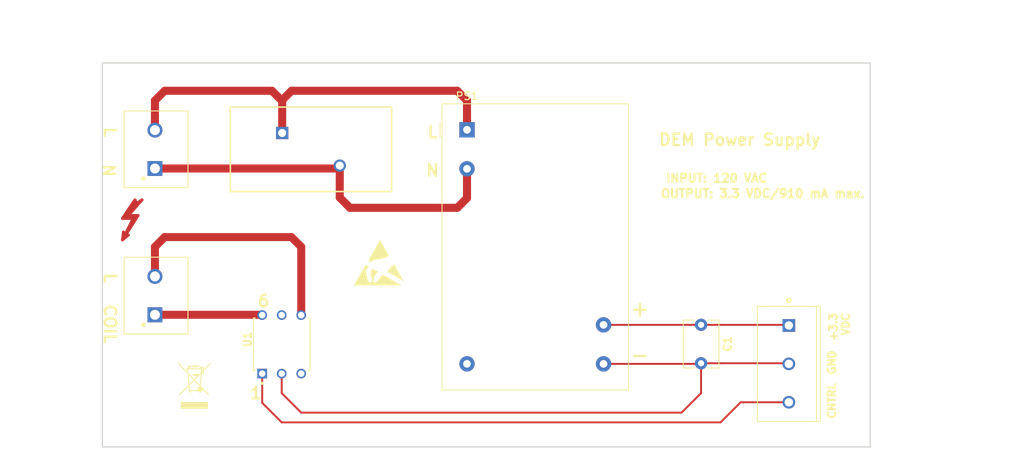
<source format=kicad_pcb>
(kicad_pcb (version 20171130) (host pcbnew "(5.0.1)-4")

  (general
    (thickness 1.6)
    (drawings 22)
    (tracks 45)
    (zones 0)
    (modules 14)
    (nets 11)
  )

  (page A4)
  (layers
    (0 F.Cu signal)
    (31 B.Cu signal)
    (32 B.Adhes user)
    (33 F.Adhes user)
    (34 B.Paste user)
    (35 F.Paste user)
    (36 B.SilkS user)
    (37 F.SilkS user)
    (38 B.Mask user)
    (39 F.Mask user)
    (40 Dwgs.User user)
    (41 Cmts.User user)
    (42 Eco1.User user)
    (43 Eco2.User user)
    (44 Edge.Cuts user)
    (45 Margin user)
    (46 B.CrtYd user)
    (47 F.CrtYd user)
    (48 B.Fab user)
    (49 F.Fab user)
  )

  (setup
    (last_trace_width 0.25)
    (trace_clearance 0.2)
    (zone_clearance 0.508)
    (zone_45_only no)
    (trace_min 0.2)
    (segment_width 0.2)
    (edge_width 0.15)
    (via_size 0.8)
    (via_drill 0.4)
    (via_min_size 0.4)
    (via_min_drill 0.3)
    (uvia_size 0.3)
    (uvia_drill 0.1)
    (uvias_allowed no)
    (uvia_min_size 0.2)
    (uvia_min_drill 0.1)
    (pcb_text_width 0.3)
    (pcb_text_size 1.5 1.5)
    (mod_edge_width 0.15)
    (mod_text_size 1 1)
    (mod_text_width 0.15)
    (pad_size 3 3)
    (pad_drill 2.1)
    (pad_to_mask_clearance 0.051)
    (solder_mask_min_width 0.25)
    (aux_axis_origin 162.56 73.66)
    (visible_elements 7FFFFFFF)
    (pcbplotparams
      (layerselection 0x010fc_ffffffff)
      (usegerberextensions false)
      (usegerberattributes false)
      (usegerberadvancedattributes false)
      (creategerberjobfile false)
      (excludeedgelayer true)
      (linewidth 0.100000)
      (plotframeref false)
      (viasonmask false)
      (mode 1)
      (useauxorigin false)
      (hpglpennumber 1)
      (hpglpenspeed 20)
      (hpglpendiameter 15.000000)
      (psnegative false)
      (psa4output false)
      (plotreference true)
      (plotvalue true)
      (plotinvisibletext false)
      (padsonsilk false)
      (subtractmaskfromsilk false)
      (outputformat 1)
      (mirror false)
      (drillshape 1)
      (scaleselection 1)
      (outputdirectory ""))
  )

  (net 0 "")
  (net 1 "Net-(C1-Pad1)")
  (net 2 "Net-(C1-Pad2)")
  (net 3 "Net-(J1-Pad2)")
  (net 4 "Net-(J1-Pad1)")
  (net 5 "Net-(J3-Pad3)")
  (net 6 "Net-(J4-Pad1)")
  (net 7 "Net-(J4-Pad2)")
  (net 8 "Net-(PS1-Pad3)")
  (net 9 "Net-(U1-Pad3)")
  (net 10 "Net-(U1-Pad5)")

  (net_class Default "This is the default net class."
    (clearance 0.2)
    (trace_width 0.25)
    (via_dia 0.8)
    (via_drill 0.4)
    (uvia_dia 0.3)
    (uvia_drill 0.1)
    (add_net "Net-(C1-Pad1)")
    (add_net "Net-(C1-Pad2)")
    (add_net "Net-(J1-Pad1)")
    (add_net "Net-(J1-Pad2)")
    (add_net "Net-(J3-Pad3)")
    (add_net "Net-(J4-Pad1)")
    (add_net "Net-(J4-Pad2)")
    (add_net "Net-(PS1-Pad3)")
    (add_net "Net-(U1-Pad3)")
    (add_net "Net-(U1-Pad5)")
  )

  (module Capacitor_THT:C_Disc_D6.0mm_W4.4mm_P5.00mm (layer F.Cu) (tedit 5C4E43A9) (tstamp 5C8C68DB)
    (at 151.965 104.1 270)
    (descr "C, Disc series, Radial, pin pitch=5.00mm, , diameter*width=6*4.4mm^2, Capacitor")
    (tags "C Disc series Radial pin pitch 5.00mm  diameter 6mm width 4.4mm Capacitor")
    (path /5C4BC2BF)
    (fp_text reference C1 (at 2.5 -3.45 90) (layer F.SilkS)
      (effects (font (size 1 1) (thickness 0.25)))
    )
    (fp_text value "400 nF" (at 2.5 3.45 270) (layer F.Fab)
      (effects (font (size 1 1) (thickness 0.15)))
    )
    (fp_line (start -0.5 -2.2) (end -0.5 2.2) (layer F.Fab) (width 0.1))
    (fp_line (start -0.5 2.2) (end 5.5 2.2) (layer F.Fab) (width 0.1))
    (fp_line (start 5.5 2.2) (end 5.5 -2.2) (layer F.Fab) (width 0.1))
    (fp_line (start 5.5 -2.2) (end -0.5 -2.2) (layer F.Fab) (width 0.1))
    (fp_line (start -0.62 -2.321) (end 5.62 -2.321) (layer F.SilkS) (width 0.12))
    (fp_line (start -0.62 2.321) (end 5.62 2.321) (layer F.SilkS) (width 0.12))
    (fp_line (start -0.62 -2.321) (end -0.62 -0.925) (layer F.SilkS) (width 0.12))
    (fp_line (start -0.62 0.925) (end -0.62 2.321) (layer F.SilkS) (width 0.12))
    (fp_line (start 5.62 -2.321) (end 5.62 -0.925) (layer F.SilkS) (width 0.12))
    (fp_line (start 5.62 0.925) (end 5.62 2.321) (layer F.SilkS) (width 0.12))
    (fp_line (start -1.05 -2.45) (end -1.05 2.45) (layer F.CrtYd) (width 0.05))
    (fp_line (start -1.05 2.45) (end 6.05 2.45) (layer F.CrtYd) (width 0.05))
    (fp_line (start 6.05 2.45) (end 6.05 -2.45) (layer F.CrtYd) (width 0.05))
    (fp_line (start 6.05 -2.45) (end -1.05 -2.45) (layer F.CrtYd) (width 0.05))
    (fp_text user %R (at 2.5 0 270) (layer F.Fab)
      (effects (font (size 1 1) (thickness 0.15)))
    )
    (pad 1 thru_hole circle (at 0 0 270) (size 1.6 1.6) (drill 0.8) (layers *.Cu *.Mask)
      (net 1 "Net-(C1-Pad1)"))
    (pad 2 thru_hole circle (at 5 0 270) (size 1.6 1.6) (drill 0.8) (layers *.Cu *.Mask)
      (net 2 "Net-(C1-Pad2)"))
    (model ${KISYS3DMOD}/Capacitor_THT.3dshapes/C_Disc_D6.0mm_W4.4mm_P5.00mm.wrl
      (at (xyz 0 0 0))
      (scale (xyz 1 1 1))
      (rotate (xyz 0 0 0))
    )
  )

  (module 1935161:PHOENIX_1935161 (layer F.Cu) (tedit 5C4E49E6) (tstamp 5C8C68F1)
    (at 80.845 81.24 90)
    (path /5C4E2FEB)
    (fp_text reference J1 (at 0 0 90) (layer F.SilkS) hide
      (effects (font (size 1 0.9) (thickness 0.05)))
    )
    (fp_text value 1935161 (at 0 0 90) (layer F.SilkS) hide
      (effects (font (size 1 0.9) (thickness 0.05)))
    )
    (fp_text user VALUE (at -5.09283 6.36604 90) (layer Eco2.User)
      (effects (font (size 1 1) (thickness 0.05)))
    )
    (fp_text user NAME (at -5.08705 -5.08705 90) (layer Cmts.User)
      (effects (font (size 1 1) (thickness 0.05)))
    )
    (fp_line (start -5.25 4.55) (end -5.25 -4.25) (layer Eco1.User) (width 0.05))
    (fp_line (start 5.25 4.55) (end -5.25 4.55) (layer Eco1.User) (width 0.05))
    (fp_line (start 5.25 -4.25) (end 5.25 4.55) (layer Eco1.User) (width 0.05))
    (fp_line (start -5.25 -4.25) (end 5.25 -4.25) (layer Eco1.User) (width 0.05))
    (fp_circle (center -3.8 -1.5) (end -3.66 -1.5) (layer Dwgs.User) (width 0.28))
    (fp_circle (center -3.8 -1.5) (end -3.66 -1.5) (layer F.SilkS) (width 0.28))
    (fp_line (start 5 4.3) (end -5 4.3) (layer Dwgs.User) (width 0.127))
    (fp_line (start 5 -4) (end 5 4.3) (layer Dwgs.User) (width 0.127))
    (fp_line (start -5 -4) (end 5 -4) (layer Dwgs.User) (width 0.127))
    (fp_line (start -5 4.3) (end -5 -4) (layer Dwgs.User) (width 0.127))
    (fp_line (start -5 4.3) (end -5 -4) (layer F.SilkS) (width 0.127))
    (fp_line (start 5 4.3) (end -5 4.3) (layer F.SilkS) (width 0.127))
    (fp_line (start 5 -4) (end 5 4.3) (layer F.SilkS) (width 0.127))
    (fp_line (start -5 -4) (end 5 -4) (layer F.SilkS) (width 0.127))
    (pad 2 thru_hole circle (at 2.5 0 90) (size 1.95 1.95) (drill 1.3) (layers *.Cu *.Mask)
      (net 3 "Net-(J1-Pad2)"))
    (pad 1 thru_hole rect (at -2.5 0 90) (size 1.95 1.95) (drill 1.3) (layers *.Cu *.Mask)
      (net 4 "Net-(J1-Pad1)"))
  )

  (module 282836-3:TE_282836-3 (layer F.Cu) (tedit 5C4E4657) (tstamp 5C8C690A)
    (at 163.395 109.18 270)
    (path /5C4DF527)
    (fp_text reference J3 (at -9.18 -1.605 270) (layer F.SilkS) hide
      (effects (font (size 1.00159 1.00159) (thickness 0.05)))
    )
    (fp_text value 282836-3 (at -3.83134 5.1235 270) (layer F.SilkS) hide
      (effects (font (size 1.00166 1.00166) (thickness 0.05)))
    )
    (fp_line (start -7.5 -4.1) (end 7.5 -4.1) (layer F.SilkS) (width 0.127))
    (fp_line (start 7.5 -4.1) (end 7.5 -3.6) (layer F.SilkS) (width 0.127))
    (fp_line (start 7.5 -3.6) (end 7.5 4.1) (layer F.SilkS) (width 0.127))
    (fp_line (start 7.5 4.1) (end -7.5 4.1) (layer F.SilkS) (width 0.127))
    (fp_line (start -7.5 4.1) (end -7.5 -4.1) (layer F.SilkS) (width 0.127))
    (fp_line (start -7.5 -3.6) (end 7.5 -3.6) (layer F.SilkS) (width 0.127))
    (fp_line (start -7.75 -4.35) (end 7.75 -4.35) (layer Eco1.User) (width 0.05))
    (fp_line (start 7.75 -4.35) (end 7.75 4.35) (layer Eco1.User) (width 0.05))
    (fp_line (start 7.75 4.35) (end -7.75 4.35) (layer Eco1.User) (width 0.05))
    (fp_line (start -7.75 4.35) (end -7.75 -4.35) (layer Eco1.User) (width 0.05))
    (fp_circle (center -8.25 0) (end -8 0) (layer F.SilkS) (width 0.2032))
    (fp_line (start -7.5 -4.1) (end 7.5 -4.1) (layer Dwgs.User) (width 0.127))
    (fp_line (start 7.5 -4.1) (end 7.5 -3.6) (layer Dwgs.User) (width 0.127))
    (fp_line (start 7.5 -3.6) (end 7.5 4.1) (layer Dwgs.User) (width 0.127))
    (fp_line (start 7.5 4.1) (end -7.5 4.1) (layer Dwgs.User) (width 0.127))
    (fp_line (start -7.5 4.1) (end -7.5 -4.1) (layer Dwgs.User) (width 0.127))
    (fp_line (start -7.5 -3.6) (end 7.5 -3.6) (layer Dwgs.User) (width 0.127))
    (fp_circle (center -8.25 0) (end -8 0) (layer Dwgs.User) (width 0.2032))
    (pad 1 thru_hole rect (at -5 0 270) (size 1.65 1.65) (drill 1.1) (layers *.Cu *.Mask)
      (net 1 "Net-(C1-Pad1)"))
    (pad 2 thru_hole circle (at 0 0 270) (size 1.65 1.65) (drill 1.1) (layers *.Cu *.Mask)
      (net 2 "Net-(C1-Pad2)"))
    (pad 3 thru_hole circle (at 5 0 270) (size 1.65 1.65) (drill 1.1) (layers *.Cu *.Mask)
      (net 5 "Net-(J3-Pad3)"))
  )

  (module 1935161:PHOENIX_1935161 (layer F.Cu) (tedit 5C4E49F7) (tstamp 5C8C6920)
    (at 80.845 100.29 90)
    (path /5C4DEBC7)
    (fp_text reference J4 (at 0 0 90) (layer F.SilkS) hide
      (effects (font (size 1 0.9) (thickness 0.05)))
    )
    (fp_text value 1935161 (at 0 0 90) (layer F.SilkS) hide
      (effects (font (size 1 0.9) (thickness 0.05)))
    )
    (fp_line (start -5 -4) (end 5 -4) (layer F.SilkS) (width 0.127))
    (fp_line (start 5 -4) (end 5 4.3) (layer F.SilkS) (width 0.127))
    (fp_line (start 5 4.3) (end -5 4.3) (layer F.SilkS) (width 0.127))
    (fp_line (start -5 4.3) (end -5 -4) (layer F.SilkS) (width 0.127))
    (fp_line (start -5 4.3) (end -5 -4) (layer Dwgs.User) (width 0.127))
    (fp_line (start -5 -4) (end 5 -4) (layer Dwgs.User) (width 0.127))
    (fp_line (start 5 -4) (end 5 4.3) (layer Dwgs.User) (width 0.127))
    (fp_line (start 5 4.3) (end -5 4.3) (layer Dwgs.User) (width 0.127))
    (fp_circle (center -3.8 -1.5) (end -3.66 -1.5) (layer F.SilkS) (width 0.28))
    (fp_circle (center -3.8 -1.5) (end -3.66 -1.5) (layer Dwgs.User) (width 0.28))
    (fp_line (start -5.25 -4.25) (end 5.25 -4.25) (layer Eco1.User) (width 0.05))
    (fp_line (start 5.25 -4.25) (end 5.25 4.55) (layer Eco1.User) (width 0.05))
    (fp_line (start 5.25 4.55) (end -5.25 4.55) (layer Eco1.User) (width 0.05))
    (fp_line (start -5.25 4.55) (end -5.25 -4.25) (layer Eco1.User) (width 0.05))
    (fp_text user NAME (at -5.08705 -5.08705 90) (layer Cmts.User)
      (effects (font (size 1 1) (thickness 0.05)))
    )
    (fp_text user VALUE (at -5.09283 6.36604 90) (layer Eco2.User)
      (effects (font (size 1 1) (thickness 0.05)))
    )
    (pad 1 thru_hole rect (at -2.5 0 90) (size 1.95 1.95) (drill 1.3) (layers *.Cu *.Mask)
      (net 6 "Net-(J4-Pad1)"))
    (pad 2 thru_hole circle (at 2.5 0 90) (size 1.95 1.95) (drill 1.3) (layers *.Cu *.Mask)
      (net 7 "Net-(J4-Pad2)"))
  )

  (module TMOV20RP300E:CAPRR750W81L2100T1100H2300P (layer F.Cu) (tedit 5C4E4380) (tstamp 5C8C692E)
    (at 101.165 81.24)
    (path /5C4E3F91)
    (fp_text reference MOV1 (at -7.96902 -6.39224) (layer F.SilkS) hide
      (effects (font (size 1.00113 1.00113) (thickness 0.05)))
    )
    (fp_text value TMOV20RP300E (at -7.57733 6.36697) (layer F.SilkS) hide
      (effects (font (size 1.00031 1.00031) (thickness 0.05)))
    )
    (fp_line (start -10.5 -5.5) (end 10.5 -5.5) (layer F.SilkS) (width 0.2))
    (fp_line (start 10.5 -5.5) (end 10.5 5.5) (layer F.SilkS) (width 0.2))
    (fp_line (start 10.5 5.5) (end -10.5 5.5) (layer F.SilkS) (width 0.2))
    (fp_line (start -10.5 5.5) (end -10.5 -5.5) (layer F.SilkS) (width 0.2))
    (fp_line (start -10.75 -5.75) (end 10.75 -5.75) (layer Eco1.User) (width 0.05))
    (fp_line (start 10.75 -5.75) (end 10.75 5.75) (layer Eco1.User) (width 0.05))
    (fp_line (start 10.75 5.75) (end -10.75 5.75) (layer Eco1.User) (width 0.05))
    (fp_line (start -10.75 5.75) (end -10.75 -5.75) (layer Eco1.User) (width 0.05))
    (pad 1 thru_hole rect (at -3.75 -2.125) (size 1.6 1.6) (drill 1.05) (layers *.Cu *.Mask)
      (net 3 "Net-(J1-Pad2)"))
    (pad 2 thru_hole circle (at 3.75 2.125) (size 1.6 1.6) (drill 1.05) (layers *.Cu *.Mask)
      (net 4 "Net-(J1-Pad1)"))
  )

  (module Converter_ACDC:Converter_ACDC_RECOM_RAC04-xxSGx_THT (layer F.Cu) (tedit 5BA95E5A) (tstamp 5C8C695C)
    (at 121.485 78.7)
    (descr https://www.recom-power.com/pdf/Powerline-AC-DC/RAC04-GA.pdf)
    (tags "recom power ac dc")
    (path /5C4A2129)
    (fp_text reference PS1 (at -0.01 -4.39 180) (layer F.SilkS)
      (effects (font (size 1 1) (thickness 0.15)))
    )
    (fp_text value RAC03-3.3SGA (at 15 15 270) (layer F.Fab)
      (effects (font (size 1 1) (thickness 0.15)))
    )
    (fp_line (start -3.24 33.87) (end -3.25 -3.39) (layer F.SilkS) (width 0.12))
    (fp_line (start -3.24 -3.39) (end 21.02 -3.39) (layer F.SilkS) (width 0.12))
    (fp_line (start 21.02 -3.39) (end 21.02 33.87) (layer F.SilkS) (width 0.12))
    (fp_line (start -3.24 33.87) (end 21.02 33.87) (layer F.SilkS) (width 0.12))
    (fp_line (start 21.14 33.99) (end -3.36 33.99) (layer F.CrtYd) (width 0.05))
    (fp_line (start 21.14 -3.51) (end 21.14 33.99) (layer F.CrtYd) (width 0.05))
    (fp_line (start -3.36 -3.51) (end 21.14 -3.51) (layer F.CrtYd) (width 0.05))
    (fp_line (start -3.36 -3.51) (end -3.36 33.99) (layer F.CrtYd) (width 0.05))
    (fp_line (start 20.89 -3.26) (end 20.89 33.74) (layer F.Fab) (width 0.1))
    (fp_line (start -3.11 -3.26) (end 20.89 -3.26) (layer F.Fab) (width 0.1))
    (fp_line (start -3.11 33.74) (end 20.89 33.74) (layer F.Fab) (width 0.1))
    (fp_line (start -3.11 33.74) (end -3.11 1) (layer F.Fab) (width 0.1))
    (fp_text user %R (at 9 15 90) (layer F.Fab)
      (effects (font (size 2 2) (thickness 0.2)))
    )
    (fp_line (start 5.08 25.4) (end 5.08 35.56) (layer Dwgs.User) (width 0.05))
    (fp_line (start 5.08 35.56) (end -5.08 35.56) (layer Dwgs.User) (width 0.05))
    (fp_line (start -5.08 35.56) (end -5.08 25.4) (layer Dwgs.User) (width 0.05))
    (fp_line (start -5.08 25.4) (end 5.08 25.4) (layer Dwgs.User) (width 0.05))
    (fp_line (start -5.08 34.29) (end -3.81 35.56) (layer Dwgs.User) (width 0.05))
    (fp_line (start -5.08 33.02) (end -2.54 35.56) (layer Dwgs.User) (width 0.05))
    (fp_line (start -5.08 30.48) (end 0 35.56) (layer Dwgs.User) (width 0.05))
    (fp_line (start -5.08 27.94) (end 2.54 35.56) (layer Dwgs.User) (width 0.05))
    (fp_line (start -5.08 25.4) (end 5.08 35.56) (layer Dwgs.User) (width 0.05))
    (fp_line (start -5.08 26.67) (end 3.81 35.56) (layer Dwgs.User) (width 0.05))
    (fp_line (start -5.08 29.21) (end 1.27 35.56) (layer Dwgs.User) (width 0.05))
    (fp_line (start -5.08 31.75) (end -1.27 35.56) (layer Dwgs.User) (width 0.05))
    (fp_line (start 5.08 34.29) (end -3.81 25.4) (layer Dwgs.User) (width 0.05))
    (fp_line (start 5.08 30.48) (end 0 25.4) (layer Dwgs.User) (width 0.05))
    (fp_line (start 5.08 26.67) (end 3.81 25.4) (layer Dwgs.User) (width 0.05))
    (fp_line (start 5.08 27.94) (end 2.54 25.4) (layer Dwgs.User) (width 0.05))
    (fp_line (start 5.08 33.02) (end -2.54 25.4) (layer Dwgs.User) (width 0.05))
    (fp_line (start 5.08 31.75) (end -1.27 25.4) (layer Dwgs.User) (width 0.05))
    (fp_line (start 5.08 29.21) (end 1.27 25.4) (layer Dwgs.User) (width 0.05))
    (fp_line (start -3.5 1) (end -3.5 -1) (layer F.SilkS) (width 0.12))
    (fp_line (start -3.11 1) (end -2.11 0) (layer F.Fab) (width 0.1))
    (fp_line (start -3.11 -1) (end -2.11 0) (layer F.Fab) (width 0.1))
    (fp_line (start -3.11 -1) (end -3.11 -3.26) (layer F.Fab) (width 0.1))
    (fp_text user "KEEP-OUT ZONE" (at -4.26 30.48 90) (layer Cmts.User)
      (effects (font (size 0.75 0.75) (thickness 0.15)))
    )
    (pad 1 thru_hole rect (at 0 0 90) (size 2 2) (drill 1) (layers *.Cu *.Mask)
      (net 3 "Net-(J1-Pad2)"))
    (pad 2 thru_hole circle (at 0 5.08 90) (size 2 2) (drill 1) (layers *.Cu *.Mask)
      (net 4 "Net-(J1-Pad1)"))
    (pad 4 thru_hole circle (at 17.78 30.48 90) (size 2 2) (drill 1) (layers *.Cu *.Mask)
      (net 2 "Net-(C1-Pad2)"))
    (pad 3 thru_hole circle (at 0 30.48 180) (size 2 2) (drill 1) (layers *.Cu *.Mask)
      (net 8 "Net-(PS1-Pad3)"))
    (pad 5 thru_hole circle (at 17.78 25.4 90) (size 2 2) (drill 1) (layers *.Cu *.Mask)
      (net 1 "Net-(C1-Pad1)"))
    (model ${KISYS3DMOD}/Converter_ACDC.3dshapes/Converter_ACDC_RECOM_RAC04-xxSGx_THT.wrl
      (at (xyz 0 0 0))
      (scale (xyz 1 1 1))
      (rotate (xyz 0 0 0))
    )
  )

  (module MOC3023:DIP762W48P254L889H508Q6 (layer F.Cu) (tedit 5C4E436B) (tstamp 5C8C6975)
    (at 97.355 106.64 90)
    (path /5C4A661B)
    (fp_text reference U1 (at 0.64 -4.45165 90) (layer F.SilkS)
      (effects (font (size 1 1) (thickness 0.25)))
    )
    (fp_text value MOC3023M (at -0.63871 4.45118 90) (layer F.SilkS) hide
      (effects (font (size 1 1) (thickness 0.05)))
    )
    (fp_line (start -3.43 3.68) (end -3.43 -3.68) (layer Dwgs.User) (width 0.127))
    (fp_line (start -3.43 -3.68) (end 3.43 -3.68) (layer Dwgs.User) (width 0.127))
    (fp_line (start 3.43 -3.68) (end 3.43 3.68) (layer Dwgs.User) (width 0.127))
    (fp_line (start 3.43 3.68) (end -3.43 3.68) (layer Dwgs.User) (width 0.127))
    (fp_line (start -4.69 3.93) (end 4.69 3.93) (layer Eco1.User) (width 0.05))
    (fp_line (start 4.69 3.93) (end 4.69 -3.93) (layer Eco1.User) (width 0.05))
    (fp_line (start 4.69 -3.93) (end -4.69 -3.93) (layer Eco1.User) (width 0.05))
    (fp_line (start -4.69 -3.93) (end -4.69 3.93) (layer Eco1.User) (width 0.05))
    (fp_line (start -3.43 3.45) (end -3.43 3.68) (layer F.SilkS) (width 0.127))
    (fp_line (start -3.43 3.68) (end 3.43 3.68) (layer F.SilkS) (width 0.127))
    (fp_line (start 3.43 3.68) (end 3.43 3.45) (layer F.SilkS) (width 0.127))
    (fp_line (start -3.43 -3.45) (end -3.43 -3.68) (layer F.SilkS) (width 0.127))
    (fp_line (start -3.43 -3.68) (end 3.43 -3.68) (layer F.SilkS) (width 0.127))
    (fp_line (start 3.43 -3.68) (end 3.43 -3.45) (layer F.SilkS) (width 0.127))
    (fp_circle (center -5.08 -2.54) (end -4.98 -2.54) (layer F.SilkS) (width 0.2))
    (pad 1 thru_hole rect (at -3.81 -2.54 90) (size 1.26 1.26) (drill 0.84) (layers *.Cu *.Mask)
      (net 5 "Net-(J3-Pad3)"))
    (pad 2 thru_hole circle (at -3.81 0 90) (size 1.26 1.26) (drill 0.84) (layers *.Cu *.Mask)
      (net 2 "Net-(C1-Pad2)"))
    (pad 3 thru_hole circle (at -3.81 2.54 90) (size 1.26 1.26) (drill 0.84) (layers *.Cu *.Mask)
      (net 9 "Net-(U1-Pad3)"))
    (pad 4 thru_hole circle (at 3.81 2.54 90) (size 1.26 1.26) (drill 0.84) (layers *.Cu *.Mask)
      (net 7 "Net-(J4-Pad2)"))
    (pad 5 thru_hole circle (at 3.81 0 90) (size 1.26 1.26) (drill 0.84) (layers *.Cu *.Mask)
      (net 10 "Net-(U1-Pad5)"))
    (pad 6 thru_hole circle (at 3.81 -2.54 90) (size 1.26 1.26) (drill 0.84) (layers *.Cu *.Mask)
      (net 6 "Net-(J4-Pad1)"))
  )

  (module MountingHole:MountingHole_2.2mm_M2 (layer F.Cu) (tedit 5C4E4E62) (tstamp 5C5AD340)
    (at 171 73)
    (descr "Mounting Hole 2.2mm, no annular, M2")
    (tags "mounting hole 2.2mm no annular m2")
    (attr virtual)
    (fp_text reference REF** (at 0 -3.2) (layer F.SilkS) hide
      (effects (font (size 1 1) (thickness 0.15)))
    )
    (fp_text value MountingHole_2.2mm_M2 (at 0 3.2) (layer F.Fab)
      (effects (font (size 1 1) (thickness 0.15)))
    )
    (fp_circle (center 0 0) (end 2.45 0) (layer F.CrtYd) (width 0.05))
    (fp_circle (center 0 0) (end 2.2 0) (layer Cmts.User) (width 0.15))
    (fp_text user %R (at 0.3 0) (layer F.Fab)
      (effects (font (size 1 1) (thickness 0.15)))
    )
    (pad 1 np_thru_hole circle (at 0 0) (size 2.2 2.2) (drill 2.2) (layers *.Cu *.Mask))
  )

  (module MountingHole:MountingHole_2.2mm_M2 (layer F.Cu) (tedit 5C4E4E73) (tstamp 5C5AD38A)
    (at 78 116)
    (descr "Mounting Hole 2.2mm, no annular, M2")
    (tags "mounting hole 2.2mm no annular m2")
    (attr virtual)
    (fp_text reference REF** (at 0 -3.2) (layer F.SilkS) hide
      (effects (font (size 1 1) (thickness 0.15)))
    )
    (fp_text value MountingHole_2.2mm_M2 (at 0 3.2) (layer F.Fab)
      (effects (font (size 1 1) (thickness 0.15)))
    )
    (fp_circle (center 0 0) (end 2.45 0) (layer F.CrtYd) (width 0.05))
    (fp_circle (center 0 0) (end 2.2 0) (layer Cmts.User) (width 0.15))
    (fp_text user %R (at 0.3 0) (layer F.Fab)
      (effects (font (size 1 1) (thickness 0.15)))
    )
    (pad 1 np_thru_hole circle (at 0 0) (size 2.2 2.2) (drill 2.2) (layers *.Cu *.Mask))
  )

  (module MountingHole:MountingHole_2.2mm_M2 (layer F.Cu) (tedit 5C4E4E6C) (tstamp 5C5AD414)
    (at 171 117)
    (descr "Mounting Hole 2.2mm, no annular, M2")
    (tags "mounting hole 2.2mm no annular m2")
    (attr virtual)
    (fp_text reference REF** (at 0 -3.2) (layer F.SilkS) hide
      (effects (font (size 1 1) (thickness 0.15)))
    )
    (fp_text value MountingHole_2.2mm_M2 (at 0 3.2) (layer F.Fab)
      (effects (font (size 1 1) (thickness 0.15)))
    )
    (fp_circle (center 0 0) (end 2.45 0) (layer F.CrtYd) (width 0.05))
    (fp_circle (center 0 0) (end 2.2 0) (layer Cmts.User) (width 0.15))
    (fp_text user %R (at 0.3 0) (layer F.Fab)
      (effects (font (size 1 1) (thickness 0.15)))
    )
    (pad 1 np_thru_hole circle (at 0 0) (size 2.2 2.2) (drill 2.2) (layers *.Cu *.Mask))
  )

  (module MountingHole:MountingHole_2.2mm_M2 (layer F.Cu) (tedit 5C4E4E7A) (tstamp 5C5AD42C)
    (at 77 73)
    (descr "Mounting Hole 2.2mm, no annular, M2")
    (tags "mounting hole 2.2mm no annular m2")
    (attr virtual)
    (fp_text reference REF** (at 0 -3.2) (layer F.SilkS) hide
      (effects (font (size 1 1) (thickness 0.15)))
    )
    (fp_text value MountingHole_2.2mm_M2 (at 0 3.2) (layer F.Fab)
      (effects (font (size 1 1) (thickness 0.15)))
    )
    (fp_circle (center 0 0) (end 2.45 0) (layer F.CrtYd) (width 0.05))
    (fp_circle (center 0 0) (end 2.2 0) (layer Cmts.User) (width 0.15))
    (fp_text user %R (at 0.3 0) (layer F.Fab)
      (effects (font (size 1 1) (thickness 0.15)))
    )
    (pad 1 np_thru_hole circle (at 0 0) (size 2.2 2.2) (drill 2.2) (layers *.Cu *.Mask))
  )

  (module Symbol:ESD-Logo_6.6x6mm_SilkScreen (layer F.Cu) (tedit 0) (tstamp 5C5B00DB)
    (at 110 96)
    (descr "Electrostatic discharge Logo")
    (tags "Logo ESD")
    (attr virtual)
    (fp_text reference REF** (at 0 0) (layer F.SilkS) hide
      (effects (font (size 1 1) (thickness 0.15)))
    )
    (fp_text value ESD-Logo_6.6x6mm_SilkScreen (at 0.75 0) (layer F.Fab) hide
      (effects (font (size 1 1) (thickness 0.15)))
    )
    (fp_poly (pts (xy 0.164043 -2.914165) (xy 0.187065 -2.876755) (xy 0.222534 -2.817486) (xy 0.268996 -2.738882)
      (xy 0.324996 -2.643462) (xy 0.389081 -2.53375) (xy 0.459796 -2.412266) (xy 0.535687 -2.281532)
      (xy 0.615299 -2.14407) (xy 0.697178 -2.002402) (xy 0.77987 -1.859049) (xy 0.861921 -1.716533)
      (xy 0.941876 -1.577376) (xy 1.018281 -1.444099) (xy 1.089682 -1.319224) (xy 1.154624 -1.205273)
      (xy 1.211653 -1.104767) (xy 1.259315 -1.020228) (xy 1.296155 -0.954178) (xy 1.32072 -0.909138)
      (xy 1.331554 -0.88763) (xy 1.331951 -0.886286) (xy 1.318501 -0.868035) (xy 1.281114 -0.840118)
      (xy 1.224235 -0.805275) (xy 1.152312 -0.766246) (xy 1.077015 -0.729157) (xy 0.97456 -0.684183)
      (xy 0.866817 -0.643774) (xy 0.750073 -0.607031) (xy 0.620618 -0.573058) (xy 0.47474 -0.540956)
      (xy 0.308726 -0.509827) (xy 0.118866 -0.478773) (xy -0.077531 -0.449855) (xy -0.248166 -0.4242)
      (xy -0.391455 -0.398802) (xy -0.510992 -0.372398) (xy -0.61037 -0.343727) (xy -0.693182 -0.311527)
      (xy -0.763022 -0.274535) (xy -0.823482 -0.231488) (xy -0.878155 -0.181125) (xy -0.895786 -0.162417)
      (xy -0.934 -0.118861) (xy -0.962268 -0.083318) (xy -0.975382 -0.062417) (xy -0.975732 -0.060703)
      (xy -0.98032 -0.050194) (xy -0.996242 -0.050076) (xy -1.026734 -0.061746) (xy -1.075032 -0.086604)
      (xy -1.144373 -0.126048) (xy -1.192561 -0.154413) (xy -1.264417 -0.198753) (xy -1.320258 -0.236721)
      (xy -1.356333 -0.265584) (xy -1.368887 -0.282612) (xy -1.368879 -0.282736) (xy -1.361094 -0.298963)
      (xy -1.339108 -0.3396) (xy -1.304197 -0.402433) (xy -1.257637 -0.485248) (xy -1.200705 -0.585828)
      (xy -1.134677 -0.70196) (xy -1.060828 -0.831429) (xy -0.980436 -0.97202) (xy -0.894776 -1.121518)
      (xy -0.805124 -1.277708) (xy -0.712757 -1.438376) (xy -0.618951 -1.601307) (xy -0.524982 -1.764287)
      (xy -0.432126 -1.9251) (xy -0.34166 -2.081532) (xy -0.254859 -2.231367) (xy -0.173 -2.372392)
      (xy -0.097359 -2.502391) (xy -0.029213 -2.619151) (xy 0.030163 -2.720455) (xy 0.079493 -2.804089)
      (xy 0.1175 -2.867838) (xy 0.142907 -2.909489) (xy 0.15444 -2.926825) (xy 0.154923 -2.927195)
      (xy 0.164043 -2.914165)) (layer F.SilkS) (width 0.01))
    (fp_poly (pts (xy 1.987528 0.234619) (xy 1.998908 0.253693) (xy 2.024488 0.297421) (xy 2.063002 0.363619)
      (xy 2.113186 0.450102) (xy 2.173775 0.554685) (xy 2.243503 0.675183) (xy 2.321107 0.809412)
      (xy 2.40532 0.955187) (xy 2.494879 1.110323) (xy 2.586998 1.27) (xy 2.681076 1.433117)
      (xy 2.771402 1.589709) (xy 2.856665 1.737506) (xy 2.935557 1.87424) (xy 3.006769 1.997642)
      (xy 3.068991 2.105444) (xy 3.120913 2.195377) (xy 3.161228 2.265173) (xy 3.188624 2.312564)
      (xy 3.201507 2.334786) (xy 3.222507 2.37233) (xy 3.233925 2.395831) (xy 3.234551 2.39992)
      (xy 3.220636 2.392242) (xy 3.181941 2.370203) (xy 3.120487 2.334971) (xy 3.038298 2.287711)
      (xy 2.937396 2.229589) (xy 2.819805 2.161771) (xy 2.687546 2.085424) (xy 2.542642 2.001714)
      (xy 2.387117 1.911806) (xy 2.222992 1.816867) (xy 2.160549 1.780732) (xy 1.993487 1.684083)
      (xy 1.834074 1.591938) (xy 1.684355 1.505475) (xy 1.546376 1.425871) (xy 1.422185 1.354305)
      (xy 1.313827 1.291955) (xy 1.223348 1.239998) (xy 1.152796 1.199613) (xy 1.104215 1.171978)
      (xy 1.079654 1.158272) (xy 1.077085 1.156974) (xy 1.084569 1.14522) (xy 1.110614 1.113795)
      (xy 1.152559 1.065594) (xy 1.207746 1.00351) (xy 1.273517 0.930439) (xy 1.347212 0.849276)
      (xy 1.426173 0.762916) (xy 1.50774 0.674253) (xy 1.589254 0.586182) (xy 1.668057 0.501599)
      (xy 1.74149 0.423397) (xy 1.806893 0.354472) (xy 1.861608 0.297719) (xy 1.902977 0.256032)
      (xy 1.917164 0.242363) (xy 1.96418 0.198201) (xy 1.987528 0.234619)) (layer F.SilkS) (width 0.01))
    (fp_poly (pts (xy -1.677906 0.291158) (xy -1.645381 0.303736) (xy -1.595807 0.328712) (xy -1.524626 0.367876)
      (xy -1.519084 0.370988) (xy -1.453526 0.408476) (xy -1.398202 0.441319) (xy -1.358545 0.466205)
      (xy -1.339988 0.47982) (xy -1.339469 0.480487) (xy -1.343952 0.49939) (xy -1.364514 0.541605)
      (xy -1.399817 0.604832) (xy -1.44852 0.686772) (xy -1.509282 0.785122) (xy -1.580764 0.897585)
      (xy -1.598555 0.925165) (xy -1.644907 1.001699) (xy -1.678658 1.067556) (xy -1.696847 1.116782)
      (xy -1.698714 1.126507) (xy -1.697885 1.169312) (xy -1.688606 1.237209) (xy -1.672032 1.325843)
      (xy -1.64932 1.430859) (xy -1.621627 1.547902) (xy -1.59011 1.672616) (xy -1.555925 1.800645)
      (xy -1.520229 1.927634) (xy -1.484179 2.049228) (xy -1.448932 2.161072) (xy -1.415644 2.25881)
      (xy -1.385472 2.338087) (xy -1.364439 2.385122) (xy -1.339663 2.435225) (xy -1.31627 2.483168)
      (xy -1.315003 2.485793) (xy -1.276301 2.53422) (xy -1.219816 2.566828) (xy -1.154061 2.582454)
      (xy -1.087549 2.579937) (xy -1.028795 2.558114) (xy -0.995742 2.529382) (xy -0.948141 2.450583)
      (xy -0.913261 2.352378) (xy -0.894123 2.244779) (xy -0.891412 2.18378) (xy -0.90233 2.069935)
      (xy -0.934376 1.97566) (xy -0.989274 1.896379) (xy -1.006393 1.878733) (xy -1.057339 1.829235)
      (xy -1.060837 1.479362) (xy -1.064336 1.129489) (xy -0.975182 0.994531) (xy -0.933346 0.933445)
      (xy -0.893055 0.878493) (xy -0.860057 0.837336) (xy -0.845874 0.822192) (xy -0.805719 0.78481)
      (xy -0.751335 0.814098) (xy -0.716961 0.835084) (xy -0.698154 0.851378) (xy -0.696951 0.854307)
      (xy -0.684097 0.866728) (xy -0.662104 0.875977) (xy -0.64085 0.884313) (xy -0.608306 0.900149)
      (xy -0.561678 0.925033) (xy -0.498171 0.960509) (xy -0.414992 1.008123) (xy -0.309347 1.069422)
      (xy -0.251938 1.102932) (xy -0.184406 1.143071) (xy -0.140115 1.171659) (xy -0.115145 1.192039)
      (xy -0.105577 1.207553) (xy -0.107492 1.221546) (xy -0.109089 1.224796) (xy -0.124624 1.245266)
      (xy -0.157864 1.283665) (xy -0.204938 1.335696) (xy -0.261972 1.397066) (xy -0.3113 1.44909)
      (xy -0.42497 1.572567) (xy -0.513895 1.679591) (xy -0.578866 1.77124) (xy -0.620679 1.848588)
      (xy -0.634783 1.887866) (xy -0.640608 1.922249) (xy -0.646625 1.980899) (xy -0.652304 2.057117)
      (xy -0.657116 2.144202) (xy -0.659381 2.199268) (xy -0.662541 2.294464) (xy -0.663931 2.364062)
      (xy -0.663142 2.413409) (xy -0.659765 2.447854) (xy -0.653392 2.472743) (xy -0.643613 2.493425)
      (xy -0.635933 2.506053) (xy -0.591579 2.554726) (xy -0.534426 2.588645) (xy -0.474292 2.603438)
      (xy -0.429227 2.598086) (xy -0.388424 2.57493) (xy -0.337276 2.533462) (xy -0.282958 2.480912)
      (xy -0.232643 2.424516) (xy -0.193506 2.371505) (xy -0.179095 2.345889) (xy -0.157509 2.310814)
      (xy -0.118247 2.257389) (xy -0.064898 2.189789) (xy -0.001048 2.11219) (xy 0.069715 2.028768)
      (xy 0.143804 1.943698) (xy 0.217632 1.861155) (xy 0.287611 1.785316) (xy 0.350155 1.720356)
      (xy 0.39926 1.672669) (xy 0.453779 1.625032) (xy 0.499642 1.589908) (xy 0.531811 1.570949)
      (xy 0.542489 1.568864) (xy 0.558853 1.577274) (xy 0.599671 1.599846) (xy 0.662586 1.635224)
      (xy 0.745244 1.682054) (xy 0.845289 1.738981) (xy 0.960366 1.804649) (xy 1.088119 1.877703)
      (xy 1.226194 1.956788) (xy 1.372234 2.040548) (xy 1.523884 2.127629) (xy 1.67879 2.216676)
      (xy 1.834595 2.306332) (xy 1.988944 2.395243) (xy 2.139482 2.482054) (xy 2.283854 2.565409)
      (xy 2.419704 2.643954) (xy 2.544677 2.716333) (xy 2.656417 2.78119) (xy 2.75257 2.837171)
      (xy 2.830779 2.88292) (xy 2.888689 2.917083) (xy 2.923946 2.938304) (xy 2.934165 2.944963)
      (xy 2.920402 2.94628) (xy 2.877104 2.947559) (xy 2.805714 2.948796) (xy 2.707673 2.949983)
      (xy 2.584422 2.951115) (xy 2.437403 2.952186) (xy 2.268057 2.953189) (xy 2.077826 2.954119)
      (xy 1.868151 2.954968) (xy 1.640473 2.955732) (xy 1.396235 2.956403) (xy 1.136877 2.956976)
      (xy 0.863841 2.957444) (xy 0.578568 2.957802) (xy 0.2825 2.958042) (xy -0.022921 2.958159)
      (xy -0.151076 2.958171) (xy -3.25103 2.958171) (xy -3.029947 2.574847) (xy -2.983144 2.49368)
      (xy -2.922898 2.389166) (xy -2.851222 2.264801) (xy -2.770131 2.124082) (xy -2.681638 1.970503)
      (xy -2.58776 1.807562) (xy -2.490509 1.638754) (xy -2.3919 1.467575) (xy -2.293947 1.297521)
      (xy -2.269175 1.254512) (xy -2.178848 1.097857) (xy -2.092711 0.948803) (xy -2.012058 0.809568)
      (xy -1.938184 0.682371) (xy -1.872383 0.569432) (xy -1.81595 0.472968) (xy -1.770179 0.3952)
      (xy -1.736365 0.338346) (xy -1.715802 0.304625) (xy -1.710047 0.29604) (xy -1.697942 0.289189)
      (xy -1.677906 0.291158)) (layer F.SilkS) (width 0.01))
  )

  (module Symbol:Symbol_Highvoltage_Type1_CopperTop_Small (layer F.Cu) (tedit 5C4E5022) (tstamp 5C5B048E)
    (at 77 91)
    (descr "Symbol, Highvoltage, Type 1, Copper Top, Small,")
    (tags "Symbol, Highvoltage, Type 1, Copper Top, Small,")
    (attr virtual)
    (fp_text reference REF** (at 1.016 -5.207) (layer F.SilkS) hide
      (effects (font (size 1 1) (thickness 0.15)))
    )
    (fp_text value Symbol_Highvoltage_Type1_CopperTop_Small (at 0.508 4.191) (layer F.Fab)
      (effects (font (size 1 1) (thickness 0.15)))
    )
    (fp_line (start -0.127 1.524) (end -0.254 1.016) (layer F.Cu) (width 0.381))
    (fp_line (start 1.016 -0.762) (end -0.127 1.524) (layer F.Cu) (width 0.381))
    (fp_line (start -0.381 -0.762) (end 1.016 -0.762) (layer F.Cu) (width 0.381))
    (fp_line (start 1.143 -3.048) (end -0.381 -0.762) (layer F.Cu) (width 0.381))
    (fp_line (start 1.397 -2.667) (end 1.27 -3.175) (layer F.Cu) (width 0.381))
    (fp_line (start 2.159 -3.175) (end 1.397 -2.667) (layer F.Cu) (width 0.381))
    (fp_line (start 0.381 -1.143) (end 2.159 -3.175) (layer F.Cu) (width 0.381))
    (fp_line (start 1.651 -1.143) (end 0.381 -1.143) (layer F.Cu) (width 0.381))
    (fp_line (start -0.127 1.651) (end 1.651 -1.143) (layer F.Cu) (width 0.381))
    (fp_line (start 0.381 1.397) (end -0.127 1.651) (layer F.Cu) (width 0.381))
    (fp_line (start -0.381 2.032) (end 0.381 1.397) (layer F.Cu) (width 0.381))
    (fp_line (start -0.254 1.016) (end -0.381 2.032) (layer F.Cu) (width 0.381))
    (fp_line (start 0 -0.889) (end 1.27 -0.889) (layer F.Cu) (width 0.381))
    (fp_line (start 1.397 -2.794) (end 0 -0.889) (layer F.Cu) (width 0.381))
  )

  (module Symbol:WEEE-Logo_4.2x6mm_SilkScreen (layer F.Cu) (tedit 0) (tstamp 5C5B05C0)
    (at 86 112)
    (descr "Waste Electrical and Electronic Equipment Directive")
    (tags "Logo WEEE")
    (attr virtual)
    (fp_text reference REF** (at 0 0) (layer F.SilkS) hide
      (effects (font (size 1 1) (thickness 0.15)))
    )
    (fp_text value WEEE-Logo_4.2x6mm_SilkScreen (at 0.75 0) (layer F.Fab) hide
      (effects (font (size 1 1) (thickness 0.15)))
    )
    (fp_poly (pts (xy 2.12443 -2.935152) (xy 2.123811 -2.848069) (xy 1.672086 -2.389109) (xy 1.220361 -1.930148)
      (xy 1.220032 -1.719529) (xy 1.219703 -1.508911) (xy 0.94461 -1.508911) (xy 0.937522 -1.45547)
      (xy 0.934838 -1.431112) (xy 0.930313 -1.385241) (xy 0.924191 -1.320595) (xy 0.916712 -1.239909)
      (xy 0.908119 -1.145919) (xy 0.898654 -1.041363) (xy 0.888558 -0.928975) (xy 0.878074 -0.811493)
      (xy 0.867444 -0.691652) (xy 0.856909 -0.572189) (xy 0.846713 -0.455841) (xy 0.837095 -0.345343)
      (xy 0.8283 -0.243431) (xy 0.820568 -0.152842) (xy 0.814142 -0.076313) (xy 0.809263 -0.016579)
      (xy 0.806175 0.023624) (xy 0.805117 0.041559) (xy 0.805118 0.041644) (xy 0.812827 0.056035)
      (xy 0.835981 0.085748) (xy 0.874895 0.131131) (xy 0.929884 0.192529) (xy 1.001264 0.270288)
      (xy 1.089349 0.364754) (xy 1.194454 0.476272) (xy 1.316895 0.605188) (xy 1.35131 0.641287)
      (xy 1.897137 1.213416) (xy 1.808881 1.301436) (xy 1.737485 1.223758) (xy 1.711366 1.195686)
      (xy 1.670566 1.152274) (xy 1.617777 1.096366) (xy 1.555691 1.030808) (xy 1.487 0.958441)
      (xy 1.414396 0.882112) (xy 1.37096 0.836524) (xy 1.289416 0.751119) (xy 1.223504 0.68271)
      (xy 1.171544 0.630053) (xy 1.131855 0.591905) (xy 1.102757 0.56702) (xy 1.082569 0.554156)
      (xy 1.06961 0.552068) (xy 1.0622 0.559513) (xy 1.058658 0.575246) (xy 1.057303 0.598023)
      (xy 1.057121 0.604239) (xy 1.047703 0.647061) (xy 1.024497 0.698819) (xy 0.992136 0.751328)
      (xy 0.955252 0.796403) (xy 0.940493 0.810328) (xy 0.864767 0.859047) (xy 0.776308 0.886306)
      (xy 0.6981 0.892773) (xy 0.609468 0.880576) (xy 0.527612 0.844813) (xy 0.455164 0.786722)
      (xy 0.441797 0.772262) (xy 0.392918 0.716733) (xy -0.452674 0.716733) (xy -0.452674 0.892773)
      (xy -0.67901 0.892773) (xy -0.67901 0.810531) (xy -0.68185 0.754386) (xy -0.691393 0.715416)
      (xy -0.702991 0.694219) (xy -0.711277 0.679052) (xy -0.718373 0.657062) (xy -0.724748 0.624987)
      (xy -0.730872 0.579569) (xy -0.737216 0.517548) (xy -0.74425 0.435662) (xy -0.749066 0.374746)
      (xy -0.771161 0.089343) (xy -1.313565 0.638805) (xy -1.411637 0.738228) (xy -1.505784 0.833815)
      (xy -1.594285 0.92381) (xy -1.67542 1.006457) (xy -1.747469 1.080001) (xy -1.808712 1.142684)
      (xy -1.857427 1.192752) (xy -1.891896 1.228448) (xy -1.910379 1.247995) (xy -1.940743 1.278944)
      (xy -1.966071 1.30053) (xy -1.979695 1.307723) (xy -1.997095 1.299297) (xy -2.02246 1.278245)
      (xy -2.031058 1.269671) (xy -2.067514 1.23162) (xy -1.866802 1.027658) (xy -1.815596 0.975699)
      (xy -1.749569 0.90882) (xy -1.671618 0.82995) (xy -1.584638 0.742014) (xy -1.491526 0.647941)
      (xy -1.395179 0.550658) (xy -1.298492 0.453093) (xy -1.229134 0.383145) (xy -1.123703 0.27655)
      (xy -1.035129 0.186307) (xy -0.962281 0.111192) (xy -0.904023 0.049986) (xy -0.859225 0.001466)
      (xy -0.837021 -0.023871) (xy -0.658724 -0.023871) (xy -0.636401 0.261555) (xy -0.629669 0.345219)
      (xy -0.623157 0.421727) (xy -0.617234 0.487081) (xy -0.612268 0.537281) (xy -0.608629 0.568329)
      (xy -0.607458 0.575273) (xy -0.600838 0.603565) (xy 0.348636 0.603565) (xy 0.354974 0.524606)
      (xy 0.37411 0.431315) (xy 0.414154 0.348791) (xy 0.472582 0.280038) (xy 0.546871 0.228063)
      (xy 0.630252 0.196863) (xy 0.657302 0.182228) (xy 0.670844 0.150819) (xy 0.671128 0.149434)
      (xy 0.672753 0.136174) (xy 0.670744 0.122595) (xy 0.663142 0.106181) (xy 0.647984 0.084411)
      (xy 0.623312 0.054767) (xy 0.587164 0.014732) (xy 0.53758 -0.038215) (xy 0.472599 -0.106591)
      (xy 0.468401 -0.110995) (xy 0.398507 -0.184389) (xy 0.3242 -0.262563) (xy 0.250586 -0.340136)
      (xy 0.182771 -0.411725) (xy 0.12586 -0.471949) (xy 0.113168 -0.485413) (xy 0.064513 -0.53618)
      (xy 0.021291 -0.579625) (xy -0.013395 -0.612759) (xy -0.036444 -0.632595) (xy -0.044182 -0.636954)
      (xy -0.055722 -0.62783) (xy -0.08271 -0.6028) (xy -0.123021 -0.563948) (xy -0.174529 -0.513357)
      (xy -0.235109 -0.453112) (xy -0.302636 -0.385296) (xy -0.357826 -0.329435) (xy -0.658724 -0.023871)
      (xy -0.837021 -0.023871) (xy -0.826751 -0.035589) (xy -0.805471 -0.062401) (xy -0.794251 -0.080192)
      (xy -0.791754 -0.08843) (xy -0.7927 -0.10641) (xy -0.795573 -0.147108) (xy -0.800187 -0.208181)
      (xy -0.806358 -0.287287) (xy -0.813898 -0.382086) (xy -0.822621 -0.490233) (xy -0.832343 -0.609388)
      (xy -0.842876 -0.737209) (xy -0.851365 -0.839365) (xy -0.899396 -1.415326) (xy -0.775805 -1.415326)
      (xy -0.775273 -1.402896) (xy -0.772769 -1.36789) (xy -0.768496 -1.312785) (xy -0.762653 -1.240057)
      (xy -0.755443 -1.152186) (xy -0.747066 -1.051649) (xy -0.737723 -0.940923) (xy -0.728758 -0.835795)
      (xy -0.718602 -0.716517) (xy -0.709142 -0.60392) (xy -0.700596 -0.500695) (xy -0.693179 -0.409527)
      (xy -0.687108 -0.333105) (xy -0.682601 -0.274117) (xy -0.679873 -0.235251) (xy -0.679116 -0.220156)
      (xy -0.677935 -0.210762) (xy -0.673256 -0.207034) (xy -0.663276 -0.210529) (xy -0.64619 -0.222801)
      (xy -0.620196 -0.245406) (xy -0.58349 -0.2799) (xy -0.534267 -0.327838) (xy -0.470726 -0.390776)
      (xy -0.403305 -0.458032) (xy -0.127601 -0.733523) (xy -0.129533 -0.735594) (xy 0.05271 -0.735594)
      (xy 0.061016 -0.72422) (xy 0.084267 -0.697437) (xy 0.120135 -0.657708) (xy 0.166287 -0.607493)
      (xy 0.220394 -0.549254) (xy 0.280126 -0.485453) (xy 0.343152 -0.418551) (xy 0.407142 -0.35101)
      (xy 0.469764 -0.28529) (xy 0.52869 -0.223854) (xy 0.581588 -0.169163) (xy 0.626128 -0.123678)
      (xy 0.65998 -0.089862) (xy 0.680812 -0.070174) (xy 0.686494 -0.066163) (xy 0.688366 -0.079109)
      (xy 0.692254 -0.114866) (xy 0.697943 -0.171196) (xy 0.705219 -0.24586) (xy 0.713869 -0.33662)
      (xy 0.723678 -0.441238) (xy 0.734434 -0.557474) (xy 0.745921 -0.683092) (xy 0.755093 -0.784382)
      (xy 0.766826 -0.915721) (xy 0.777665 -1.039448) (xy 0.78743 -1.153319) (xy 0.795937 -1.255089)
      (xy 0.803005 -1.342513) (xy 0.808451 -1.413347) (xy 0.812092 -1.465347) (xy 0.813747 -1.496268)
      (xy 0.813558 -1.504297) (xy 0.803666 -1.497146) (xy 0.778476 -1.474159) (xy 0.74019 -1.437561)
      (xy 0.691011 -1.389578) (xy 0.633139 -1.332434) (xy 0.568778 -1.268353) (xy 0.500129 -1.199562)
      (xy 0.429395 -1.128284) (xy 0.358778 -1.056745) (xy 0.29048 -0.98717) (xy 0.226704 -0.921783)
      (xy 0.16965 -0.862809) (xy 0.121522 -0.812473) (xy 0.084522 -0.773001) (xy 0.060852 -0.746617)
      (xy 0.05271 -0.735594) (xy -0.129533 -0.735594) (xy -0.230409 -0.843705) (xy -0.282768 -0.899623)
      (xy -0.341535 -0.962052) (xy -0.404385 -1.028557) (xy -0.468995 -1.096702) (xy -0.533042 -1.164052)
      (xy -0.594203 -1.228172) (xy -0.650153 -1.286628) (xy -0.69857 -1.336982) (xy -0.73713 -1.376802)
      (xy -0.763509 -1.40365) (xy -0.775384 -1.415092) (xy -0.775805 -1.415326) (xy -0.899396 -1.415326)
      (xy -0.911401 -1.559274) (xy -1.511938 -2.190842) (xy -2.112475 -2.822411) (xy -2.112034 -2.910685)
      (xy -2.111592 -2.99896) (xy -2.014583 -2.895334) (xy -1.960291 -2.837537) (xy -1.896192 -2.769632)
      (xy -1.824016 -2.693428) (xy -1.745492 -2.610731) (xy -1.662349 -2.523347) (xy -1.576319 -2.433085)
      (xy -1.48913 -2.34175) (xy -1.402513 -2.251151) (xy -1.318197 -2.163093) (xy -1.237912 -2.079385)
      (xy -1.163387 -2.001833) (xy -1.096354 -1.932243) (xy -1.038541 -1.872424) (xy -0.991679 -1.824182)
      (xy -0.957496 -1.789324) (xy -0.937724 -1.769657) (xy -0.93339 -1.765884) (xy -0.933092 -1.779008)
      (xy -0.934731 -1.812611) (xy -0.938023 -1.86212) (xy -0.942682 -1.922963) (xy -0.944682 -1.947268)
      (xy -0.959577 -2.125049) (xy -0.842955 -2.125049) (xy -0.836934 -2.096757) (xy -0.833863 -2.074382)
      (xy -0.829548 -2.032283) (xy -0.824488 -1.975822) (xy -0.819181 -1.910365) (xy -0.817344 -1.886138)
      (xy -0.811927 -1.816579) (xy -0.806459 -1.751982) (xy -0.801488 -1.698452) (xy -0.797561 -1.66209)
      (xy -0.796675 -1.655491) (xy -0.793334 -1.641944) (xy -0.786101 -1.626086) (xy -0.77344 -1.606139)
      (xy -0.753811 -1.580327) (xy -0.725678 -1.546871) (xy -0.687502 -1.503993) (xy -0.637746 -1.449917)
      (xy -0.574871 -1.382864) (xy -0.497341 -1.301057) (xy -0.418251 -1.21805) (xy -0.339564 -1.135906)
      (xy -0.266112 -1.059831) (xy -0.199724 -0.991675) (xy -0.142227 -0.933288) (xy -0.095451 -0.886519)
      (xy -0.061224 -0.853218) (xy -0.041373 -0.835233) (xy -0.03714 -0.832558) (xy -0.026003 -0.842259)
      (xy 0.000029 -0.867559) (xy 0.03843 -0.905918) (xy 0.086672 -0.9548) (xy 0.14223 -1.011666)
      (xy 0.182408 -1.053094) (xy 0.392169 -1.27) (xy -0.226337 -1.27) (xy -0.226337 -1.508911)
      (xy 0.528119 -1.508911) (xy 0.528119 -1.402458) (xy 0.666435 -1.540346) (xy 0.764553 -1.63816)
      (xy 0.955643 -1.63816) (xy 0.957471 -1.62273) (xy 0.966723 -1.614133) (xy 0.98905 -1.610387)
      (xy 1.030105 -1.609511) (xy 1.037376 -1.609505) (xy 1.119109 -1.609505) (xy 1.119109 -1.828828)
      (xy 1.037376 -1.747821) (xy 0.99127 -1.698572) (xy 0.963694 -1.660841) (xy 0.955643 -1.63816)
      (xy 0.764553 -1.63816) (xy 0.804752 -1.678234) (xy 0.804752 -1.801048) (xy 0.805137 -1.85755)
      (xy 0.8069 -1.893495) (xy 0.81095 -1.91347) (xy 0.818199 -1.922063) (xy 0.82913 -1.923861)
      (xy 0.841288 -1.926502) (xy 0.850273 -1.937088) (xy 0.857174 -1.959619) (xy 0.863076 -1.998091)
      (xy 0.869065 -2.056502) (xy 0.870987 -2.077896) (xy 0.875148 -2.125049) (xy -0.842955 -2.125049)
      (xy -0.959577 -2.125049) (xy -1.119109 -2.125049) (xy -1.119109 -2.238218) (xy -1.051314 -2.238218)
      (xy -1.011662 -2.239304) (xy -0.990116 -2.244546) (xy -0.98748 -2.247666) (xy -0.848616 -2.247666)
      (xy -0.841308 -2.240538) (xy -0.815993 -2.238338) (xy -0.798908 -2.238218) (xy -0.741881 -2.238218)
      (xy -0.529221 -2.238218) (xy 0.885302 -2.238218) (xy 0.837458 -2.287214) (xy 0.76315 -2.347676)
      (xy 0.671184 -2.394309) (xy 0.560002 -2.427751) (xy 0.449529 -2.446247) (xy 0.377227 -2.454878)
      (xy 0.377227 -2.36396) (xy -0.201188 -2.36396) (xy -0.201188 -2.467107) (xy -0.286065 -2.458504)
      (xy -0.345368 -2.451244) (xy -0.408551 -2.441621) (xy -0.446386 -2.434748) (xy -0.521832 -2.419593)
      (xy -0.525526 -2.328905) (xy -0.529221 -2.238218) (xy -0.741881 -2.238218) (xy -0.741881 -2.288515)
      (xy -0.743544 -2.320024) (xy -0.747697 -2.337537) (xy -0.749371 -2.338812) (xy -0.767987 -2.330746)
      (xy -0.795183 -2.31118) (xy -0.822448 -2.287056) (xy -0.841267 -2.265318) (xy -0.842943 -2.262492)
      (xy -0.848616 -2.247666) (xy -0.98748 -2.247666) (xy -0.979662 -2.256919) (xy -0.975442 -2.270396)
      (xy -0.958219 -2.305373) (xy -0.925138 -2.347421) (xy -0.881893 -2.390644) (xy -0.834174 -2.429146)
      (xy -0.80283 -2.449199) (xy -0.767123 -2.471149) (xy -0.748819 -2.489589) (xy -0.742388 -2.511332)
      (xy -0.741894 -2.524282) (xy -0.741894 -2.527425) (xy -0.100594 -2.527425) (xy -0.100594 -2.464554)
      (xy 0.276633 -2.464554) (xy 0.276633 -2.527425) (xy -0.100594 -2.527425) (xy -0.741894 -2.527425)
      (xy -0.741881 -2.565148) (xy -0.636048 -2.565148) (xy -0.587355 -2.563971) (xy -0.549405 -2.560835)
      (xy -0.528308 -2.556329) (xy -0.526023 -2.554505) (xy -0.512641 -2.551705) (xy -0.480074 -2.552852)
      (xy -0.433916 -2.557607) (xy -0.402376 -2.561997) (xy -0.345188 -2.570622) (xy -0.292886 -2.578409)
      (xy -0.253582 -2.584153) (xy -0.242055 -2.585785) (xy -0.211937 -2.595112) (xy -0.201188 -2.609728)
      (xy -0.19792 -2.61568) (xy -0.18623 -2.620222) (xy -0.163288 -2.62353) (xy -0.126265 -2.625785)
      (xy -0.072332 -2.627166) (xy 0.00134 -2.62785) (xy 0.08802 -2.62802) (xy 0.180529 -2.627923)
      (xy 0.250906 -2.62747) (xy 0.302164 -2.62641) (xy 0.33732 -2.624497) (xy 0.359389 -2.621481)
      (xy 0.371385 -2.617115) (xy 0.376324 -2.611151) (xy 0.377227 -2.604216) (xy 0.384921 -2.582205)
      (xy 0.410121 -2.569679) (xy 0.456009 -2.565212) (xy 0.464264 -2.565148) (xy 0.541973 -2.557132)
      (xy 0.630233 -2.535064) (xy 0.721085 -2.501916) (xy 0.80657 -2.460661) (xy 0.878726 -2.414269)
      (xy 0.888072 -2.406918) (xy 0.918533 -2.383002) (xy 0.936572 -2.373424) (xy 0.949169 -2.37652)
      (xy 0.9621 -2.389296) (xy 1.000293 -2.414322) (xy 1.049998 -2.423929) (xy 1.103524 -2.418933)
      (xy 1.153178 -2.400149) (xy 1.191267 -2.368394) (xy 1.194025 -2.364703) (xy 1.222526 -2.305425)
      (xy 1.227828 -2.244066) (xy 1.210518 -2.185573) (xy 1.17118 -2.134896) (xy 1.16637 -2.130711)
      (xy 1.13844 -2.110833) (xy 1.110102 -2.102079) (xy 1.070263 -2.101447) (xy 1.060311 -2.102008)
      (xy 1.021332 -2.103438) (xy 1.001254 -2.100161) (xy 0.993985 -2.090272) (xy 0.99324 -2.081039)
      (xy 0.991716 -2.054256) (xy 0.987935 -2.013975) (xy 0.985218 -1.989876) (xy 0.981277 -1.951599)
      (xy 0.982916 -1.932004) (xy 0.992421 -1.924842) (xy 1.009351 -1.923861) (xy 1.019392 -1.927099)
      (xy 1.03559 -1.93758) (xy 1.059145 -1.956452) (xy 1.091257 -1.984865) (xy 1.133128 -2.023965)
      (xy 1.185957 -2.074903) (xy 1.250945 -2.138827) (xy 1.329291 -2.216886) (xy 1.422197 -2.310228)
      (xy 1.530863 -2.420002) (xy 1.583231 -2.473048) (xy 2.125049 -3.022233) (xy 2.12443 -2.935152)) (layer F.SilkS) (width 0.01))
    (fp_poly (pts (xy 1.747822 3.017822) (xy -1.772971 3.017822) (xy -1.772971 2.150198) (xy 1.747822 2.150198)
      (xy 1.747822 3.017822)) (layer F.SilkS) (width 0.01))
  )

  (gr_text "OUTPUT: 3.3 VDC/910 mA max." (at 160 87) (layer F.SilkS)
    (effects (font (size 1.1 1.1) (thickness 0.275)))
  )
  (gr_text "INPUT: 120 VAC" (at 154 85) (layer F.SilkS)
    (effects (font (size 1.1 1.1) (thickness 0.275)))
  )
  (gr_text "DEM Power Supply" (at 157 80) (layer F.SilkS)
    (effects (font (size 1.5 1.5) (thickness 0.3)))
  )
  (gr_text N (at 117 84) (layer F.SilkS)
    (effects (font (size 1.5 1.5) (thickness 0.3)))
  )
  (gr_text L (at 117 79) (layer F.SilkS)
    (effects (font (size 1.5 1.5) (thickness 0.3)))
  )
  (gr_text 6 (at 95 101) (layer F.SilkS)
    (effects (font (size 1.5 1.5) (thickness 0.3)))
  )
  (gr_text 1 (at 94 113) (layer F.SilkS)
    (effects (font (size 1.5 1.5) (thickness 0.3)))
  )
  (gr_text - (at 144 108) (layer F.SilkS)
    (effects (font (size 2 2) (thickness 0.3)))
  )
  (gr_text + (at 144 102) (layer F.SilkS)
    (effects (font (size 2 2) (thickness 0.3)))
  )
  (gr_text COIL (at 75 104 270) (layer F.SilkS)
    (effects (font (size 1.5 1.5) (thickness 0.3)))
  )
  (gr_text L (at 75 98 270) (layer F.SilkS)
    (effects (font (size 1.5 1.5) (thickness 0.3)))
  )
  (gr_text N (at 75 84 90) (layer F.SilkS)
    (effects (font (size 1.5 1.5) (thickness 0.3)))
  )
  (gr_text L (at 75 79 270) (layer F.SilkS)
    (effects (font (size 1.5 1.5) (thickness 0.3)))
  )
  (gr_text CNTRL (at 169 114 90) (layer F.SilkS)
    (effects (font (size 1 1) (thickness 0.25)))
  )
  (gr_text GND (at 169 109 90) (layer F.SilkS)
    (effects (font (size 1 1) (thickness 0.25)))
  )
  (gr_text "+3.3 \nVDC" (at 170 104 90) (layer F.SilkS)
    (effects (font (size 1 1) (thickness 0.25)))
  )
  (gr_line (start 74 120) (end 74 70) (layer Edge.Cuts) (width 0.15))
  (gr_line (start 174 120) (end 74 120) (layer Edge.Cuts) (width 0.15))
  (gr_line (start 174 70) (end 174 120) (layer Edge.Cuts) (width 0.15))
  (gr_line (start 74 70) (end 174 70) (layer Edge.Cuts) (width 0.15))
  (dimension 50 (width 0.3) (layer Dwgs.User)
    (gr_text "50.000 mm" (at 192.1 95 270) (layer Dwgs.User)
      (effects (font (size 1.5 1.5) (thickness 0.3)))
    )
    (feature1 (pts (xy 174 120) (xy 190.586421 120)))
    (feature2 (pts (xy 174 70) (xy 190.586421 70)))
    (crossbar (pts (xy 190 70) (xy 190 120)))
    (arrow1a (pts (xy 190 120) (xy 189.413579 118.873496)))
    (arrow1b (pts (xy 190 120) (xy 190.586421 118.873496)))
    (arrow2a (pts (xy 190 70) (xy 189.413579 71.126504)))
    (arrow2b (pts (xy 190 70) (xy 190.586421 71.126504)))
  )
  (dimension 100 (width 0.3) (layer Dwgs.User)
    (gr_text "100.000 mm" (at 124 62.9) (layer Dwgs.User)
      (effects (font (size 1.5 1.5) (thickness 0.3)))
    )
    (feature1 (pts (xy 174 70) (xy 174 64.413579)))
    (feature2 (pts (xy 74 70) (xy 74 64.413579)))
    (crossbar (pts (xy 74 65) (xy 174 65)))
    (arrow1a (pts (xy 174 65) (xy 172.873496 65.586421)))
    (arrow1b (pts (xy 174 65) (xy 172.873496 64.413579)))
    (arrow2a (pts (xy 74 65) (xy 75.126504 65.586421)))
    (arrow2b (pts (xy 74 65) (xy 75.126504 64.413579)))
  )

  (segment (start 139.265 104.1) (end 151.965 104.1) (width 0.25) (layer F.Cu) (net 1))
  (segment (start 163.315 104.1) (end 163.395 104.18) (width 0.25) (layer F.Cu) (net 1))
  (segment (start 151.965 104.1) (end 163.315 104.1) (width 0.25) (layer F.Cu) (net 1))
  (segment (start 151.885 109.18) (end 151.965 109.1) (width 0.25) (layer F.Cu) (net 2))
  (segment (start 139.265 109.18) (end 151.885 109.18) (width 0.25) (layer F.Cu) (net 2))
  (segment (start 163.315 109.1) (end 163.395 109.18) (width 0.25) (layer F.Cu) (net 2))
  (segment (start 151.965 109.1) (end 163.315 109.1) (width 0.25) (layer F.Cu) (net 2))
  (segment (start 97.355 112.99) (end 97.355 110.45) (width 0.25) (layer F.Cu) (net 2))
  (segment (start 99.895 115.53) (end 97.355 112.99) (width 0.25) (layer F.Cu) (net 2))
  (segment (start 149.425 115.53) (end 99.895 115.53) (width 0.25) (layer F.Cu) (net 2))
  (segment (start 151.965 109.1) (end 151.965 112.99) (width 0.25) (layer F.Cu) (net 2))
  (segment (start 151.965 112.99) (end 149.425 115.53) (width 0.25) (layer F.Cu) (net 2))
  (segment (start 97.04 78.74) (end 97.415 79.115) (width 0.25) (layer F.Cu) (net 3))
  (segment (start 121.07 79.115) (end 121.485 78.7) (width 0.25) (layer F.Cu) (net 3))
  (segment (start 80.845 78.74) (end 80.845 74.89) (width 1.05) (layer F.Cu) (net 3))
  (segment (start 80.845 74.89) (end 82.115 73.62) (width 1.05) (layer F.Cu) (net 3))
  (segment (start 82.115 73.62) (end 96.085 73.62) (width 1.05) (layer F.Cu) (net 3))
  (segment (start 97.415 74.95) (end 97.415 79.115) (width 1.05) (layer F.Cu) (net 3))
  (segment (start 96.085 73.62) (end 97.415 74.95) (width 1.05) (layer F.Cu) (net 3))
  (segment (start 97.415 79.115) (end 97.415 74.83) (width 0.25) (layer F.Cu) (net 3))
  (segment (start 97.415 74.83) (end 98.625 73.62) (width 1.05) (layer F.Cu) (net 3))
  (segment (start 98.625 73.62) (end 120.215 73.62) (width 1.05) (layer F.Cu) (net 3))
  (segment (start 121.485 74.89) (end 121.485 78.7) (width 1.05) (layer F.Cu) (net 3))
  (segment (start 120.215 73.62) (end 121.485 74.89) (width 1.05) (layer F.Cu) (net 3))
  (segment (start 121.07 83.365) (end 121.485 83.78) (width 0.25) (layer F.Cu) (net 4))
  (segment (start 104.54 83.74) (end 104.915 83.365) (width 0.25) (layer F.Cu) (net 4))
  (segment (start 80.845 83.74) (end 104.54 83.74) (width 1.05) (layer F.Cu) (net 4))
  (segment (start 104.915 83.365) (end 104.915 87.53) (width 1.05) (layer F.Cu) (net 4))
  (segment (start 104.915 87.53) (end 106.245 88.86) (width 1.05) (layer F.Cu) (net 4))
  (segment (start 106.245 88.86) (end 120.215 88.86) (width 1.05) (layer F.Cu) (net 4))
  (segment (start 121.485 87.59) (end 121.485 83.78) (width 1.05) (layer F.Cu) (net 4))
  (segment (start 120.215 88.86) (end 121.485 87.59) (width 1.05) (layer F.Cu) (net 4))
  (segment (start 94.815 114.26) (end 94.815 110.45) (width 0.25) (layer F.Cu) (net 5))
  (segment (start 97.355 116.8) (end 94.815 114.26) (width 0.25) (layer F.Cu) (net 5))
  (segment (start 154.505 116.8) (end 97.355 116.8) (width 0.25) (layer F.Cu) (net 5))
  (segment (start 163.395 114.18) (end 157.125 114.18) (width 0.25) (layer F.Cu) (net 5))
  (segment (start 157.125 114.18) (end 154.505 116.8) (width 0.25) (layer F.Cu) (net 5))
  (segment (start 80.885 102.83) (end 80.845 102.79) (width 0.25) (layer F.Cu) (net 6))
  (segment (start 94.775 102.79) (end 94.815 102.83) (width 0.25) (layer F.Cu) (net 6))
  (segment (start 80.845 102.79) (end 94.775 102.79) (width 1.04) (layer F.Cu) (net 6))
  (segment (start 99.895 93.94) (end 99.895 102.83) (width 1.04) (layer F.Cu) (net 7))
  (segment (start 98.625 92.67) (end 99.895 93.94) (width 1.04) (layer F.Cu) (net 7))
  (segment (start 82.115 92.67) (end 98.625 92.67) (width 1.04) (layer F.Cu) (net 7))
  (segment (start 80.845 97.79) (end 80.845 93.94) (width 1.04) (layer F.Cu) (net 7))
  (segment (start 80.845 93.94) (end 82.115 92.67) (width 1.05) (layer F.Cu) (net 7))

)

</source>
